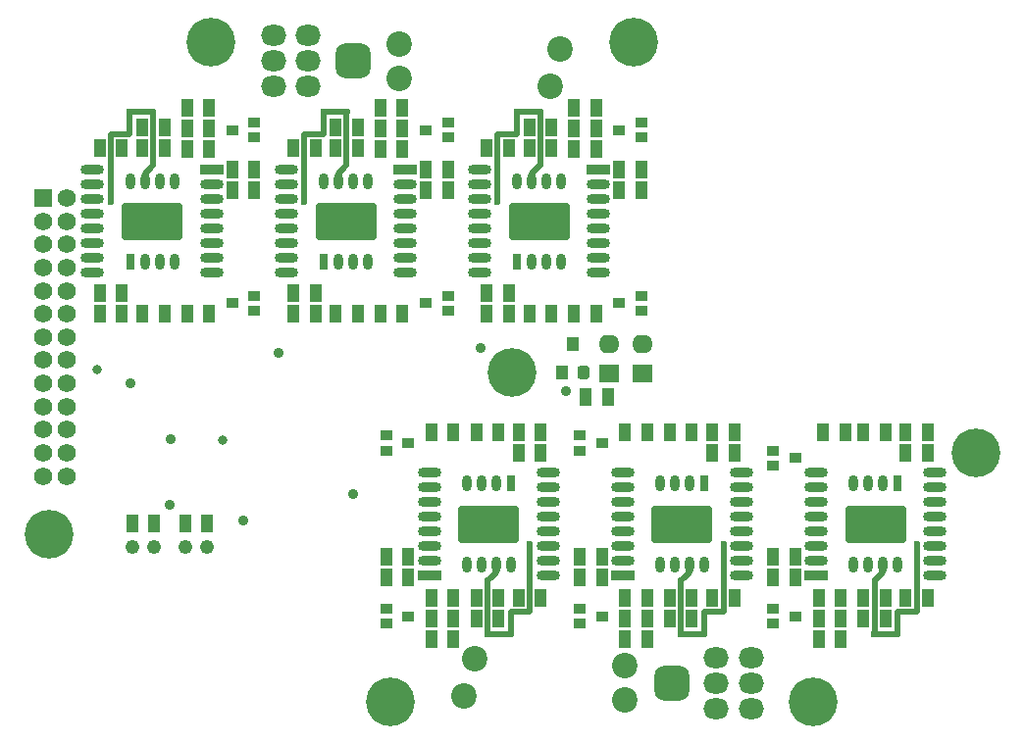
<source format=gbs>
G04*
G04 #@! TF.GenerationSoftware,Altium Limited,Altium Designer,22.1.2 (22)*
G04*
G04 Layer_Color=16711935*
%FSAX42Y42*%
%MOMM*%
G71*
G04*
G04 #@! TF.SameCoordinates,62F643CC-CF5F-4127-9562-83DCACE2805F*
G04*
G04*
G04 #@! TF.FilePolarity,Negative*
G04*
G01*
G75*
%ADD15C,0.50*%
%ADD16O,2.00X0.90*%
%ADD17O,0.84X1.40*%
%ADD18R,0.80X1.40*%
%ADD19R,2.00X0.90*%
%ADD20R,1.00X1.50*%
G04:AMPARAMS|DCode=26|XSize=5.2mm|YSize=3.2mm|CornerRadius=0.18mm|HoleSize=0mm|Usage=FLASHONLY|Rotation=0.000|XOffset=0mm|YOffset=0mm|HoleType=Round|Shape=RoundedRectangle|*
%AMROUNDEDRECTD26*
21,1,5.20,2.85,0,0,0.0*
21,1,4.85,3.20,0,0,0.0*
1,1,0.35,2.42,-1.43*
1,1,0.35,-2.42,-1.43*
1,1,0.35,-2.42,1.43*
1,1,0.35,2.42,1.43*
%
%ADD26ROUNDEDRECTD26*%
%ADD27C,1.57*%
%ADD28R,1.57X1.57*%
%ADD29C,2.20*%
%ADD30C,1.22*%
G04:AMPARAMS|DCode=31|XSize=3mm|YSize=3mm|CornerRadius=0.8mm|HoleSize=0mm|Usage=FLASHONLY|Rotation=180.000|XOffset=0mm|YOffset=0mm|HoleType=Round|Shape=RoundedRectangle|*
%AMROUNDEDRECTD31*
21,1,3.00,1.40,0,0,180.0*
21,1,1.40,3.00,0,0,180.0*
1,1,1.60,-0.70,0.70*
1,1,1.60,0.70,0.70*
1,1,1.60,0.70,-0.70*
1,1,1.60,-0.70,-0.70*
%
%ADD31ROUNDEDRECTD31*%
%ADD32O,2.20X1.80*%
%ADD33R,1.80X1.60*%
%ADD34O,1.80X1.60*%
%ADD35C,0.60*%
%ADD36C,0.80*%
%ADD37C,0.90*%
%ADD38C,4.20*%
G04:AMPARAMS|DCode=84|XSize=0.9mm|YSize=1.1mm|CornerRadius=0.28mm|HoleSize=0mm|Usage=FLASHONLY|Rotation=270.000|XOffset=0mm|YOffset=0mm|HoleType=Round|Shape=RoundedRectangle|*
%AMROUNDEDRECTD84*
21,1,0.90,0.55,0,0,270.0*
21,1,0.35,1.10,0,0,270.0*
1,1,0.55,-0.28,-0.18*
1,1,0.55,-0.28,0.18*
1,1,0.55,0.28,0.18*
1,1,0.55,0.28,-0.18*
%
%ADD84ROUNDEDRECTD84*%
%ADD85R,1.10X0.90*%
G04:AMPARAMS|DCode=86|XSize=1.1mm|YSize=1.15mm|CornerRadius=0.33mm|HoleSize=0mm|Usage=FLASHONLY|Rotation=180.000|XOffset=0mm|YOffset=0mm|HoleType=Round|Shape=RoundedRectangle|*
%AMROUNDEDRECTD86*
21,1,1.10,0.50,0,0,180.0*
21,1,0.45,1.15,0,0,180.0*
1,1,0.65,-0.23,0.25*
1,1,0.65,0.23,0.25*
1,1,0.65,0.23,-0.25*
1,1,0.65,-0.23,-0.25*
%
%ADD86ROUNDEDRECTD86*%
%ADD87R,1.10X1.15*%
%ADD88R,1.10X1.15*%
D15*
X007523Y001443D02*
X007553Y001473D01*
X007724Y001174D02*
X007890D01*
X007553Y001473D02*
X007596Y001517D01*
Y001582D01*
X007724Y000982D02*
Y001174D01*
X007890D02*
Y001762D01*
X007523Y001443D02*
X007523Y000982D01*
X007724D01*
X005853D02*
X006054D01*
X005853Y001443D02*
X005853Y000982D01*
X006220Y001174D02*
Y001762D01*
X006054Y000982D02*
Y001174D01*
X005926Y001517D02*
Y001582D01*
X005883Y001473D02*
X005926Y001517D01*
X006054Y001174D02*
X006220D01*
X005853Y001443D02*
X005883Y001473D01*
X004183Y001443D02*
X004213Y001473D01*
X004384Y001174D02*
X004550D01*
X004213Y001473D02*
X004256Y001517D01*
Y001582D01*
X004384Y000982D02*
Y001174D01*
X004550D02*
Y001762D01*
X004183Y001443D02*
X004183Y000982D01*
X004384D01*
X004436Y005494D02*
X004637D01*
X004637Y005033D01*
X004270Y004714D02*
Y005302D01*
X004436D02*
Y005494D01*
X004564Y004894D02*
Y004959D01*
X004607Y005003D01*
X004270Y005302D02*
X004436D01*
X004607Y005003D02*
X004637Y005033D01*
X001267Y005003D02*
X001297Y005033D01*
X000930Y005302D02*
X001096D01*
X001224Y004959D02*
X001267Y005003D01*
X001224Y004894D02*
Y004959D01*
X001096Y005302D02*
Y005494D01*
X000930Y004714D02*
Y005302D01*
X001297Y005494D02*
X001297Y005033D01*
X001096Y005494D02*
X001297D01*
X002766D02*
X002967D01*
X002967Y005033D01*
X002600Y004714D02*
Y005302D01*
X002766D02*
Y005494D01*
X002894Y004894D02*
Y004959D01*
X002937Y005003D01*
X002600Y005302D02*
X002766D01*
X002937Y005003D02*
X002967Y005033D01*
D16*
X008046Y002120D02*
D03*
Y001993D02*
D03*
Y002374D02*
D03*
Y001866D02*
D03*
Y002247D02*
D03*
Y001739D02*
D03*
Y001612D02*
D03*
Y001485D02*
D03*
X007020Y001612D02*
D03*
Y002374D02*
D03*
Y002247D02*
D03*
Y002120D02*
D03*
Y001993D02*
D03*
Y001866D02*
D03*
Y001739D02*
D03*
X005350D02*
D03*
Y001866D02*
D03*
Y001993D02*
D03*
Y002120D02*
D03*
Y002247D02*
D03*
Y002374D02*
D03*
Y001612D02*
D03*
X006376Y001485D02*
D03*
Y001612D02*
D03*
Y001739D02*
D03*
Y002247D02*
D03*
Y001866D02*
D03*
Y002374D02*
D03*
Y001993D02*
D03*
Y002120D02*
D03*
X004706D02*
D03*
Y001993D02*
D03*
Y002374D02*
D03*
Y001866D02*
D03*
Y002247D02*
D03*
Y001739D02*
D03*
Y001612D02*
D03*
Y001485D02*
D03*
X003680Y001612D02*
D03*
Y002374D02*
D03*
Y002247D02*
D03*
Y002120D02*
D03*
Y001993D02*
D03*
Y001866D02*
D03*
Y001739D02*
D03*
X005140Y004737D02*
D03*
Y004610D02*
D03*
Y004483D02*
D03*
Y004356D02*
D03*
Y004229D02*
D03*
Y004102D02*
D03*
Y004864D02*
D03*
X004114Y004991D02*
D03*
Y004864D02*
D03*
Y004737D02*
D03*
Y004229D02*
D03*
Y004610D02*
D03*
Y004102D02*
D03*
Y004483D02*
D03*
Y004356D02*
D03*
X000774D02*
D03*
Y004483D02*
D03*
Y004102D02*
D03*
Y004610D02*
D03*
Y004229D02*
D03*
Y004737D02*
D03*
Y004864D02*
D03*
Y004991D02*
D03*
X001800Y004864D02*
D03*
Y004102D02*
D03*
Y004229D02*
D03*
Y004356D02*
D03*
Y004483D02*
D03*
Y004610D02*
D03*
Y004737D02*
D03*
X003470D02*
D03*
Y004610D02*
D03*
Y004483D02*
D03*
Y004356D02*
D03*
Y004229D02*
D03*
Y004102D02*
D03*
Y004864D02*
D03*
X002444Y004991D02*
D03*
Y004864D02*
D03*
Y004737D02*
D03*
Y004229D02*
D03*
Y004610D02*
D03*
Y004102D02*
D03*
Y004483D02*
D03*
Y004356D02*
D03*
D17*
X007468Y001583D02*
D03*
X007595Y002281D02*
D03*
X007341Y001583D02*
D03*
X007722D02*
D03*
X007468Y002281D02*
D03*
X007341D02*
D03*
X007595Y001583D02*
D03*
X005925D02*
D03*
X005671Y002281D02*
D03*
X005798D02*
D03*
X006052Y001583D02*
D03*
X005671D02*
D03*
X005925Y002281D02*
D03*
X005798Y001583D02*
D03*
X004128D02*
D03*
X004255Y002281D02*
D03*
X004001Y001583D02*
D03*
X004382D02*
D03*
X004128Y002281D02*
D03*
X004001D02*
D03*
X004255Y001583D02*
D03*
X004565Y004893D02*
D03*
X004819Y004195D02*
D03*
X004692D02*
D03*
X004438Y004893D02*
D03*
X004819D02*
D03*
X004565Y004195D02*
D03*
X004692Y004893D02*
D03*
X001352D02*
D03*
X001225Y004195D02*
D03*
X001479Y004893D02*
D03*
X001098D02*
D03*
X001352Y004195D02*
D03*
X001479D02*
D03*
X001225Y004893D02*
D03*
X002895D02*
D03*
X003149Y004195D02*
D03*
X003022D02*
D03*
X002768Y004893D02*
D03*
X003149D02*
D03*
X002895Y004195D02*
D03*
X003022Y004893D02*
D03*
D18*
X007722Y002281D02*
D03*
X006052D02*
D03*
X004382D02*
D03*
X004438Y004195D02*
D03*
X001098D02*
D03*
X002768D02*
D03*
D19*
X007020Y001485D02*
D03*
X005350D02*
D03*
X003680D02*
D03*
X005140Y004991D02*
D03*
X001800D02*
D03*
X003470D02*
D03*
D20*
X007427Y001297D02*
D03*
Y001117D02*
D03*
X007617Y001297D02*
D03*
Y001117D02*
D03*
X007793Y001293D02*
D03*
X007983D02*
D03*
X006313D02*
D03*
X006123D02*
D03*
X005947Y001117D02*
D03*
Y001297D02*
D03*
X005757Y001117D02*
D03*
Y001297D02*
D03*
X004087D02*
D03*
Y001117D02*
D03*
X004277Y001297D02*
D03*
Y001117D02*
D03*
X004453Y001293D02*
D03*
X004643D02*
D03*
X004177Y005183D02*
D03*
X004367D02*
D03*
X004543Y005359D02*
D03*
Y005179D02*
D03*
X004733Y005359D02*
D03*
Y005179D02*
D03*
X001393D02*
D03*
Y005359D02*
D03*
X001203Y005179D02*
D03*
Y005359D02*
D03*
X001027Y005183D02*
D03*
X000837D02*
D03*
X002507D02*
D03*
X002697D02*
D03*
X002873Y005359D02*
D03*
Y005179D02*
D03*
X003063Y005359D02*
D03*
Y005179D02*
D03*
X007270Y002723D02*
D03*
X007080D02*
D03*
X007982D02*
D03*
X007792D02*
D03*
X007617Y002723D02*
D03*
X007427D02*
D03*
X007230Y001297D02*
D03*
X007040D02*
D03*
X006840Y001475D02*
D03*
X006650D02*
D03*
X007792Y002545D02*
D03*
X007982D02*
D03*
X007230Y000940D02*
D03*
X007040D02*
D03*
X007230Y001118D02*
D03*
X007040D02*
D03*
X006649Y001653D02*
D03*
X006839D02*
D03*
X004642Y002545D02*
D03*
X004452D02*
D03*
X003700Y000940D02*
D03*
X003890D02*
D03*
X004452Y002723D02*
D03*
X004642D02*
D03*
X004087Y002723D02*
D03*
X004277D02*
D03*
X003310Y001475D02*
D03*
X003500D02*
D03*
X003700Y002723D02*
D03*
X003890D02*
D03*
X003700Y001118D02*
D03*
X003890D02*
D03*
X003700Y001297D02*
D03*
X003890D02*
D03*
X003499Y001653D02*
D03*
X003309D02*
D03*
X005370Y001118D02*
D03*
X005560D02*
D03*
X006122Y002723D02*
D03*
X006312D02*
D03*
X005757Y002723D02*
D03*
X005947D02*
D03*
X005370Y001297D02*
D03*
X005560D02*
D03*
X004980Y001475D02*
D03*
X005170D02*
D03*
X005370Y000940D02*
D03*
X005560D02*
D03*
X005370Y002723D02*
D03*
X005560D02*
D03*
X005169Y001653D02*
D03*
X004979D02*
D03*
X006312Y002545D02*
D03*
X006122D02*
D03*
X001575Y001933D02*
D03*
X001765D02*
D03*
X001305Y001933D02*
D03*
X001115D02*
D03*
X003063Y003747D02*
D03*
X002873D02*
D03*
X001981Y004817D02*
D03*
X002171D02*
D03*
X001780Y005352D02*
D03*
X001590D02*
D03*
X001780Y003747D02*
D03*
X001590D02*
D03*
X001780Y005530D02*
D03*
X001590D02*
D03*
X000838Y003925D02*
D03*
X001028D02*
D03*
X002170Y004995D02*
D03*
X001980D02*
D03*
X001780Y005173D02*
D03*
X001590D02*
D03*
X001393Y003747D02*
D03*
X001203D02*
D03*
X001028Y003747D02*
D03*
X000838D02*
D03*
X003651Y004817D02*
D03*
X003841D02*
D03*
X003450Y005352D02*
D03*
X003260D02*
D03*
X003450Y003747D02*
D03*
X003260D02*
D03*
X003450Y005530D02*
D03*
X003260D02*
D03*
X002508Y003925D02*
D03*
X002698D02*
D03*
X003840Y004995D02*
D03*
X003650D02*
D03*
X003450Y005173D02*
D03*
X003260D02*
D03*
X002698Y003747D02*
D03*
X002508D02*
D03*
X004368D02*
D03*
X004178D02*
D03*
X004733Y003747D02*
D03*
X004543D02*
D03*
X005120Y005173D02*
D03*
X004930D02*
D03*
X005510Y004995D02*
D03*
X005320D02*
D03*
X004178Y003925D02*
D03*
X004368D02*
D03*
X005120Y005530D02*
D03*
X004930D02*
D03*
X005120Y003747D02*
D03*
X004930D02*
D03*
X005120Y005352D02*
D03*
X004930D02*
D03*
X005321Y004817D02*
D03*
X005511D02*
D03*
X005030Y003033D02*
D03*
X005220D02*
D03*
D26*
X007531Y001932D02*
D03*
X005861D02*
D03*
X004191D02*
D03*
X004629Y004544D02*
D03*
X001289D02*
D03*
X002959D02*
D03*
D27*
X000347Y004147D02*
D03*
Y004347D02*
D03*
X000547Y003947D02*
D03*
X000347D02*
D03*
X000547Y004147D02*
D03*
Y004347D02*
D03*
Y004547D02*
D03*
X000347D02*
D03*
X000547Y004747D02*
D03*
Y003747D02*
D03*
X000347Y003547D02*
D03*
X000547D02*
D03*
X000347Y003747D02*
D03*
X000547Y003347D02*
D03*
X000347Y003147D02*
D03*
X000547D02*
D03*
X000347Y003347D02*
D03*
X000547Y002947D02*
D03*
X000347D02*
D03*
X000547Y002747D02*
D03*
X000347Y002547D02*
D03*
X000547D02*
D03*
Y002347D02*
D03*
X000347Y002347D02*
D03*
Y002747D02*
D03*
D28*
Y004747D02*
D03*
D29*
X003424Y005781D02*
D03*
X004721Y005712D02*
D03*
X005370Y000710D02*
D03*
X003424Y006081D02*
D03*
X004811Y006032D02*
D03*
X004070Y000770D02*
D03*
X003980Y000450D02*
D03*
X005370Y000410D02*
D03*
D30*
X001574Y001733D02*
D03*
X001765D02*
D03*
X001115D02*
D03*
X001306D02*
D03*
D31*
X003023Y005931D02*
D03*
X005771Y000560D02*
D03*
D32*
X002635Y006151D02*
D03*
Y005931D02*
D03*
Y005711D02*
D03*
X002335Y006151D02*
D03*
Y005931D02*
D03*
Y005711D02*
D03*
X006458Y000780D02*
D03*
Y000560D02*
D03*
Y000340D02*
D03*
X006158Y000780D02*
D03*
Y000560D02*
D03*
Y000340D02*
D03*
D33*
X005230Y003236D02*
D03*
X005520D02*
D03*
D34*
X005230Y003490D02*
D03*
X005520D02*
D03*
D35*
X007523Y001440D02*
D03*
X007523Y001205D02*
D03*
X007724Y000983D02*
D03*
X007522D02*
D03*
X007889Y001521D02*
D03*
Y001763D02*
D03*
X006219D02*
D03*
Y001521D02*
D03*
X005852Y000983D02*
D03*
X006054D02*
D03*
X005853Y001205D02*
D03*
X005853Y001440D02*
D03*
X004183D02*
D03*
X004183Y001205D02*
D03*
X004384Y000983D02*
D03*
X004182D02*
D03*
X004549Y001521D02*
D03*
Y001763D02*
D03*
X004271Y004713D02*
D03*
Y004955D02*
D03*
X004638Y005493D02*
D03*
X004436D02*
D03*
X004637Y005271D02*
D03*
X004637Y005036D02*
D03*
X001297D02*
D03*
X001297Y005271D02*
D03*
X001096Y005493D02*
D03*
X001298D02*
D03*
X000931Y004955D02*
D03*
Y004713D02*
D03*
X002601D02*
D03*
Y004955D02*
D03*
X002968Y005493D02*
D03*
X002766D02*
D03*
X002967Y005271D02*
D03*
X002967Y005036D02*
D03*
D36*
X000810Y003270D02*
D03*
X001900Y002660D02*
D03*
D37*
X004120Y003450D02*
D03*
X001443Y002094D02*
D03*
X003020Y002190D02*
D03*
X004860Y003080D02*
D03*
X001100Y003150D02*
D03*
X001449Y002664D02*
D03*
X002070Y001960D02*
D03*
X002380Y003410D02*
D03*
D38*
X001799Y006095D02*
D03*
X004395Y003245D02*
D03*
X005445Y006095D02*
D03*
X000395Y001845D02*
D03*
X003345Y000395D02*
D03*
X008395Y002545D02*
D03*
X006991Y000395D02*
D03*
D84*
X006649Y001070D02*
D03*
X006650Y002435D02*
D03*
X003309Y001070D02*
D03*
X003310Y002565D02*
D03*
X004979Y001070D02*
D03*
X004980Y002565D02*
D03*
X002170Y003905D02*
D03*
X002171Y005400D02*
D03*
X003840Y003905D02*
D03*
X003841Y005400D02*
D03*
X005511D02*
D03*
X005510Y003905D02*
D03*
D85*
X006649Y001200D02*
D03*
X006839Y001135D02*
D03*
X006650Y002565D02*
D03*
X006840Y002500D02*
D03*
X003309Y001200D02*
D03*
X003499Y001135D02*
D03*
X003310Y002695D02*
D03*
X003500Y002630D02*
D03*
X005169Y001135D02*
D03*
X004979Y001200D02*
D03*
X005170Y002630D02*
D03*
X004980Y002695D02*
D03*
X002170Y003775D02*
D03*
X001980Y003840D02*
D03*
X002171Y005270D02*
D03*
X001981Y005335D02*
D03*
X003840Y003775D02*
D03*
X003650Y003840D02*
D03*
X003841Y005270D02*
D03*
X003651Y005335D02*
D03*
X005511Y005270D02*
D03*
X005321Y005335D02*
D03*
X005510Y003775D02*
D03*
X005320Y003840D02*
D03*
D86*
X005015Y003240D02*
D03*
D87*
X004825Y003240D02*
D03*
D88*
X004920Y003490D02*
D03*
M02*

</source>
